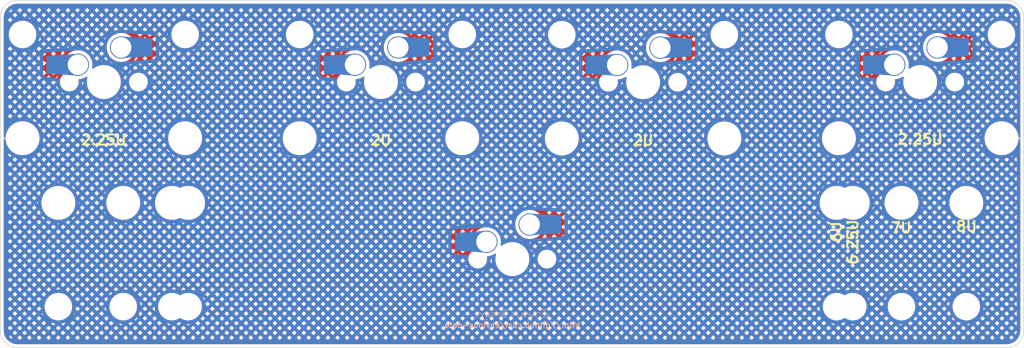
<source format=kicad_pcb>
(kicad_pcb (version 20211014) (generator pcbnew)
  (layers (0 "F.Cu" signal) (31 "B.Cu" signal) (34 "B.Paste" user) (35 "F.Paste" user) (36 "B.SilkS" user "B.Silkscreen") (37 "F.SilkS" user "F.Silkscreen") (38 "B.Mask" user) (39 "F.Mask" user) (44 "Edge.Cuts" user))
  (net 0 "")
  (footprint "Mounting_Keyboard_Stabilizer:Stabilizer_Cherry_MX_2u" (layer "F.Cu") (at 81.7 43)
    (fp_text reference "stb1")
    (fp_text value "stabilizer")
    (pad "" np_thru_hole circle locked (at 11.938 8.255) (size 3.9878 3.9878) (drill 3.9878) (layers *.Cu *.Mask))
    (pad "" np_thru_hole circle locked (at -11.938 8.255) (size 3.9878 3.9878) (drill 3.9878) (layers *.Cu *.Mask))
    (pad "" np_thru_hole circle locked (at 11.938 -6.985) (size 3.048 3.048) (drill 3.048) (layers *.Cu *.Mask))
    (pad "" np_thru_hole circle locked (at -11.938 -6.985) (size 3.048 3.048) (drill 3.048) (layers *.Cu *.Mask))
  )
  (footprint "Switch_Keyboard_Cherry_MX:MXOnly-1U-Hotswap-Modified" (layer "F.Cu") (at 101 69)
    (fp_text reference "SW5")
    (fp_text value "SW_Push")
    (fp_poly (pts (xy -3.81 -1) (xy -8.36 -1.29) (xy -8.36 -3.79) (xy -3.81 -4.1)) (layer "B.Cu") (width 0.1) (fill solid))
    (fp_poly (pts (xy 2.54 -6.65) (xy 7.09 -6.36) (xy 7.09 -3.86) (xy 2.54 -3.55)) (layer "B.Cu") (width 0.1) (fill solid))
    (pad "" np_thru_hole circle (at 5.08 0 48.0996) (size 1.75 1.75) (drill 1.75) (layers *.Cu *.Mask))
    (pad "" np_thru_hole circle (at -5.08 0 48.0996) (size 1.75 1.75) (drill 1.75) (layers *.Cu *.Mask))
    (pad "" np_thru_hole circle (at 0 0) (size 3.9878 3.9878) (drill 3.9878) (layers *.Cu *.Mask))
    (pad "1" thru_hole circle (at -3.81 -2.54) (size 3.25 3.25) (drill 3) (layers *.Cu *.Mask))
    (pad "1" smd rect (at -5.61 -2.54) (size 5.5 2.5) (layers "B.Cu"))
    (pad "2" smd rect (at 4.34 -5.08) (size 5.5 2.5) (layers "B.Cu"))
    (pad "2" thru_hole circle (at 2.54 -5.08) (size 3.25 3.25) (drill 3) (layers *.Cu *.Mask))
  )
  (footprint "Switch_Keyboard_Cherry_MX:MXOnly-1U-Hotswap-Modified" (layer "F.Cu") (at 160.9 43)
    (fp_text reference "SW7")
    (fp_text value "SW_Push")
    (fp_poly (pts (xy 2.54 -6.65) (xy 7.09 -6.36) (xy 7.09 -3.86) (xy 2.54 -3.55)) (layer "B.Cu") (width 0.1) (fill solid))
    (fp_poly (pts (xy -3.81 -1) (xy -8.36 -1.29) (xy -8.36 -3.79) (xy -3.81 -4.1)) (layer "B.Cu") (width 0.1) (fill solid))
    (pad "" np_thru_hole circle (at 0 0) (size 3.9878 3.9878) (drill 3.9878) (layers *.Cu *.Mask))
    (pad "" np_thru_hole circle (at 5.08 0 48.0996) (size 1.75 1.75) (drill 1.75) (layers *.Cu *.Mask))
    (pad "" np_thru_hole circle (at -5.08 0 48.0996) (size 1.75 1.75) (drill 1.75) (layers *.Cu *.Mask))
    (pad "1" smd rect (at -5.61 -2.54) (size 5.5 2.5) (layers "B.Cu"))
    (pad "1" thru_hole circle (at -3.81 -2.54) (size 3.25 3.25) (drill 3) (layers *.Cu *.Mask))
    (pad "2" thru_hole circle (at 2.54 -5.08) (size 3.25 3.25) (drill 3) (layers *.Cu *.Mask))
    (pad "2" smd rect (at 4.34 -5.08) (size 5.5 2.5) (layers "B.Cu"))
  )
  (footprint "Mounting_Keyboard_Stabilizer:Stabilizer_Cherry_MX_2u" (layer "F.Cu") (at 41 43)
    (fp_text reference "stb3")
    (fp_text value "stabilizer")
    (pad "" np_thru_hole circle locked (at -11.938 -6.985) (size 3.048 3.048) (drill 3.048) (layers *.Cu *.Mask))
    (pad "" np_thru_hole circle locked (at -11.938 8.255) (size 3.9878 3.9878) (drill 3.9878) (layers *.Cu *.Mask))
    (pad "" np_thru_hole circle locked (at 11.938 8.255) (size 3.9878 3.9878) (drill 3.9878) (layers *.Cu *.Mask))
    (pad "" np_thru_hole circle locked (at 11.938 -6.985) (size 3.048 3.048) (drill 3.048) (layers *.Cu *.Mask))
  )
  (footprint "Mounting_Keyboard_Stabilizer:Stabilizer_Cherry_MX_6u" (layer "F.Cu") (at 101 69 180)
    (fp_text reference "stb5")
    (fp_text value "stabilizer")
    (pad "" np_thru_hole circle locked (at -47.625 -6.985 180) (size 3.048 3.048) (drill 3.048) (layers *.Cu *.Mask))
    (pad "" np_thru_hole circle locked (at 47.625 -6.985 180) (size 3.048 3.048) (drill 3.048) (layers *.Cu *.Mask))
    (pad "" np_thru_hole circle locked (at 47.625 8.255 180) (size 3.9878 3.9878) (drill 3.9878) (layers *.Cu *.Mask))
    (pad "" np_thru_hole circle locked (at -47.625 8.255 180) (size 3.9878 3.9878) (drill 3.9878) (layers *.Cu *.Mask))
  )
  (footprint "Mounting_Keyboard_Stabilizer:Stabilizer_Cherry_MX_7u" (layer "F.Cu") (at 101 69 180)
    (fp_text reference "stb6")
    (fp_text value "stabilizer")
    (pad "" np_thru_hole circle locked (at 57.15 8.255 180) (size 3.9878 3.9878) (drill 3.9878) (layers *.Cu *.Mask))
    (pad "" np_thru_hole circle locked (at 57.15 -6.985 180) (size 3.048 3.048) (drill 3.048) (layers *.Cu *.Mask))
    (pad "" np_thru_hole circle locked (at -57.15 -6.985 180) (size 3.048 3.048) (drill 3.048) (layers *.Cu *.Mask))
    (pad "" np_thru_hole circle locked (at -57.15 8.255 180) (size 3.9878 3.9878) (drill 3.9878) (layers *.Cu *.Mask))
  )
  (footprint "Mounting_Keyboard_Stabilizer:Stabilizer_Cherry_MX_8u" (layer "F.Cu") (at 101 69 180)
    (fp_text reference "stb8")
    (fp_text value "stabilizer")
    (pad "" np_thru_hole circle locked (at 66.675 -6.985 180) (size 3.048 3.048) (drill 3.048) (layers *.Cu *.Mask))
    (pad "" np_thru_hole circle locked (at -66.675 8.255 180) (size 3.9878 3.9878) (drill 3.9878) (layers *.Cu *.Mask))
    (pad "" np_thru_hole circle locked (at -66.675 -6.985 180) (size 3.048 3.048) (drill 3.048) (layers *.Cu *.Mask))
    (pad "" np_thru_hole circle locked (at 66.675 8.255 180) (size 3.9878 3.9878) (drill 3.9878) (layers *.Cu *.Mask))
  )
  (footprint "Mounting_Keyboard_Stabilizer:Stabilizer_Cherry_MX_2u" (layer "F.Cu") (at 120.2 43.03005)
    (fp_text reference "stb2")
    (fp_text value "stabilizer")
    (pad "" np_thru_hole circle locked (at -11.938 -6.985) (size 3.048 3.048) (drill 3.048) (layers *.Cu *.Mask))
    (pad "" np_thru_hole circle locked (at 11.938 8.255) (size 3.9878 3.9878) (drill 3.9878) (layers *.Cu *.Mask))
    (pad "" np_thru_hole circle locked (at 11.938 -6.985) (size 3.048 3.048) (drill 3.048) (layers *.Cu *.Mask))
    (pad "" np_thru_hole circle locked (at -11.938 8.255) (size 3.9878 3.9878) (drill 3.9878) (layers *.Cu *.Mask))
  )
  (footprint "Mounting_Keyboard_Stabilizer:Stabilizer_Cherry_MX_6.25u" (layer "F.Cu") (at 101 69 180)
    (fp_text reference "stb7")
    (fp_text value "stabilizer")
    (pad "" np_thru_hole circle locked (at -50 8.255 180) (size 3.9878 3.9878) (drill 3.9878) (layers *.Cu *.Mask))
    (pad "" np_thru_hole circle locked (at 50 8.255 180) (size 3.9878 3.9878) (drill 3.9878) (layers *.Cu *.Mask))
    (pad "" np_thru_hole circle locked (at 50 -6.985 180) (size 3.048 3.048) (drill 3.048) (layers *.Cu *.Mask))
    (pad "" np_thru_hole circle locked (at -50 -6.985 180) (size 3.048 3.048) (drill 3.048) (layers *.Cu *.Mask))
  )
  (footprint "Switch_Keyboard_Cherry_MX:MXOnly-1U-Hotswap-Modified" (layer "F.Cu") (at 41 43)
    (fp_text reference "SW2")
    (fp_text value "SW_Push")
    (fp_poly (pts (xy -3.81 -1) (xy -8.36 -1.29) (xy -8.36 -3.79) (xy -3.81 -4.1)) (layer "B.Cu") (width 0.1) (fill solid))
    (fp_poly (pts (xy 2.54 -6.65) (xy 7.09 -6.36) (xy 7.09 -3.86) (xy 2.54 -3.55)) (layer "B.Cu") (width 0.1) (fill solid))
    (pad "" np_thru_hole circle (at 0 0) (size 3.9878 3.9878) (drill 3.9878) (layers *.Cu *.Mask))
    (pad "" np_thru_hole circle (at -5.08 0 48.0996) (size 1.75 1.75) (drill 1.75) (layers *.Cu *.Mask))
    (pad "" np_thru_hole circle (at 5.08 0 48.0996) (size 1.75 1.75) (drill 1.75) (layers *.Cu *.Mask))
    (pad "1" thru_hole circle (at -3.81 -2.54) (size 3.25 3.25) (drill 3) (layers *.Cu *.Mask))
    (pad "1" smd rect (at -5.61 -2.54) (size 5.5 2.5) (layers "B.Cu"))
    (pad "2" smd rect (at 4.34 -5.08) (size 5.5 2.5) (layers "B.Cu"))
    (pad "2" thru_hole circle (at 2.54 -5.08) (size 3.25 3.25) (drill 3) (layers *.Cu *.Mask))
  )
  (footprint "Switch_Keyboard_Cherry_MX:MXOnly-1U-Hotswap-Modified" (layer "F.Cu") (at 120.2 43.03005)
    (fp_text reference "SW6")
    (fp_text value "SW_Push")
    (fp_poly (pts (xy 2.54 -6.65) (xy 7.09 -6.36) (xy 7.09 -3.86) (xy 2.54 -3.55)) (layer "B.Cu") (width 0.1) (fill solid))
    (fp_poly (pts (xy -3.81 -1) (xy -8.36 -1.29) (xy -8.36 -3.79) (xy -3.81 -4.1)) (layer "B.Cu") (width 0.1) (fill solid))
    (pad "" np_thru_hole circle (at 5.08 0 48.0996) (size 1.75 1.75) (drill 1.75) (layers *.Cu *.Mask))
    (pad "" np_thru_hole circle (at -5.08 0 48.0996) (size 1.75 1.75) (drill 1.75) (layers *.Cu *.Mask))
    (pad "" np_thru_hole circle (at 0 0) (size 3.9878 3.9878) (drill 3.9878) (layers *.Cu *.Mask))
    (pad "1" thru_hole circle (at -3.81 -2.54) (size 3.25 3.25) (drill 3) (layers *.Cu *.Mask))
    (pad "1" smd rect (at -5.61 -2.54) (size 5.5 2.5) (layers "B.Cu"))
    (pad "2" thru_hole circle (at 2.54 -5.08) (size 3.25 3.25) (drill 3) (layers *.Cu *.Mask))
    (pad "2" smd rect (at 4.34 -5.08) (size 5.5 2.5) (layers "B.Cu"))
  )
  (footprint "Switch_Keyboard_Cherry_MX:MXOnly-1U-Hotswap-Modified" (layer "F.Cu") (at 81.7 43)
    (fp_text reference "SW8")
    (fp_text value "SW_Push")
    (fp_poly (pts (xy -3.81 -1) (xy -8.36 -1.29) (xy -8.36 -3.79) (xy -3.81 -4.1)) (layer "B.Cu") (width 0.1) (fill solid))
    (fp_poly (pts (xy 2.54 -6.65) (xy 7.09 -6.36) (xy 7.09 -3.86) (xy 2.54 -3.55)) (layer "B.Cu") (width 0.1) (fill solid))
    (pad "" np_thru_hole circle (at 5.08 0 48.0996) (size 1.75 1.75) (drill 1.75) (layers *.Cu *.Mask))
    (pad "" np_thru_hole circle (at 0 0) (size 3.9878 3.9878) (drill 3.9878) (layers *.Cu *.Mask))
    (pad "" np_thru_hole circle (at -5.08 0 48.0996) (size 1.75 1.75) (drill 1.75) (layers *.Cu *.Mask))
    (pad "1" thru_hole circle (at -3.81 -2.54) (size 3.25 3.25) (drill 3) (layers *.Cu *.Mask))
    (pad "1" smd rect (at -5.61 -2.54) (size 5.5 2.5) (layers "B.Cu"))
    (pad "2" thru_hole circle (at 2.54 -5.08) (size 3.25 3.25) (drill 3) (layers *.Cu *.Mask))
    (pad "2" smd rect (at 4.34 -5.08) (size 5.5 2.5) (layers "B.Cu"))
  )
  (footprint "Mounting_Keyboard_Stabilizer:Stabilizer_Cherry_MX_2u" (layer "F.Cu") (at 160.9 43)
    (fp_text reference "stb4")
    (fp_text value "stabilizer")
    (pad "" np_thru_hole circle locked (at 11.938 8.255) (size 3.9878 3.9878) (drill 3.9878) (layers *.Cu *.Mask))
    (pad "" np_thru_hole circle locked (at -11.938 8.255) (size 3.9878 3.9878) (drill 3.9878) (layers *.Cu *.Mask))
    (pad "" np_thru_hole circle locked (at 11.938 -6.985) (size 3.048 3.048) (drill 3.048) (layers *.Cu *.Mask))
    (pad "" np_thru_hole circle locked (at -11.938 -6.985) (size 3.048 3.048) (drill 3.048) (layers *.Cu *.Mask))
  )
  (footprint "kibuzzard-632C4C38" (layer "B.Cu") (at 101 77.2 180)
    (fp_text reference "kibuzzard-632C4C38" hide)
    (fp_text value "G***" hide)
    (fp_poly (pts (xy -4.233863 -0.000794) (xy -4.226917 0.071636) (xy -4.206081 0.142875) (xy -4.172148 0.20955) (xy -4.125913 0.268288) (xy -4.067969 0.317698) (xy -3.998913 0.356394) (xy -3.919538 0.381397) (xy -3.830638 0.389731) (xy -3.745905 0.381397) (xy -3.669506 0.356394) (xy -3.602633 0.317698) (xy -3.546475 0.268288) (xy -3.50143 0.20955) (xy -3.467894 0.142875) (xy -3.447058 0.071636) (xy -3.440113 -0.000794) (xy -3.440113 -0.402431) (xy -3.525838 -0.402431) (xy -3.525838 -0.000794) (xy -3.54965 0.118269) (xy -3.614738 0.215106) (xy -3.711575 0.280988) (xy -3.830638 0.305594) (xy -3.900091 0.299442) (xy -3.9624 0.280988) (xy -4.063206 0.215106) (xy -4.1275 0.118269) (xy -4.149725 -0.000794) (xy -4.233863 -0.000794)) (layer "B.SilkS") (width 0) (fill solid))
    (fp_poly (pts (xy -4.33705 0.157956) (xy -5.1943 0.157956) (xy -5.1943 -0.319881) (xy -4.3561 -0.319881) (xy -4.3561 -0.399256) (xy -5.273675 -0.399256) (xy -5.273675 -0.343694) (xy -5.273675 0.157956) (xy -5.273675 0.238919) (xy -4.33705 0.238919) (xy -4.33705 0.157956)) (layer "B.SilkS") (width 0) (fill solid))
    (fp_poly (pts (xy -0.504825 0.175419) (xy -0.468313 0.092075) (xy -0.381 0.049213) (xy -0.277019 0.033338) (xy -0.192088 0.030956) (xy -0.08255 0.024606) (xy -0.016669 0.014288) (xy 0.047625 -0.003969) (xy 0.156369 -0.069056) (xy 0.190302 -0.119856) (xy 0.201613 -0.186531) (xy 0.190302 -0.254595) (xy 0.156369 -0.306388) (xy 0.047625 -0.372269) (xy -0.016669 -0.390525) (xy -0.08255 -0.400844) (xy -0.192088 -0.407194) (xy -0.192088 -0.327819) (xy -0.14605 -0.327025) (xy -0.080963 -0.322263) (xy -0.010319 -0.309563) (xy 0.054769 -0.284956) (xy 0.103188 -0.244475) (xy 0.122238 -0.183356) (xy 0.084138 -0.105569) (xy -0.005556 -0.065881) (xy -0.109538 -0.0508) (xy -0.192088 -0.048419) (xy -0.306388 -0.042069) (xy -0.373459 -0.03175) (xy -0.43815 -0.013494) (xy -0.546894 0.052388) (xy -0.580827 0.103783) (xy -0.592138 0.170656) (xy -0.580827 0.236339) (xy -0.546894 0.287338) (xy -0.43815 0.352425) (xy -0.373261 0.370086) (xy -0.305594 0.380206) (xy -0.188913 0.386556) (xy 0.201613 0.386556) (xy 0.201613 0.307181) (xy -0.198438 0.307181) (xy -0.284163 0.3048) (xy -0.385763 0.289719) (xy -0.4699 0.250031) (xy -0.504825 0.175419)) (layer "B.SilkS") (width 0) (fill solid))
    (fp_poly (pts (xy 0.352425 -0.296069) (xy 0.45085 -0.296069) (xy 0.45085 -0.402431) (xy 0.352425 -0.402431) (xy 0.352425 -0.296069)) (layer "B.SilkS") (width 0) (fill solid))
    (fp_poly (pts (xy -2.532063 0.389731) (xy -2.532063 -0.402431) (xy -2.60985 -0.402431) (xy -2.60985 0.389731) (xy -2.532063 0.389731)) (layer "B.SilkS") (width 0) (fill solid))
    (fp_poly (pts (xy -1.61925 -0.000794) (xy -1.6256 -0.070842) (xy -1.64465 -0.141288) (xy -1.676202 -0.208359) (xy -1.720056 -0.268288) (xy -1.776016 -0.319484) (xy -1.843881 -0.360363) (xy -1.923455 -0.387152) (xy -2.014537 -0.396081) (xy -2.014537 -0.316706) (xy -1.895475 -0.294481) (xy -1.794669 -0.230981) (xy -1.724819 -0.131763) (xy -1.705173 -0.070048) (xy -1.698625 -0.000794) (xy -1.72085 0.113506) (xy -1.78435 0.215106) (xy -1.883569 0.287338) (xy -1.945283 0.308173) (xy -2.014537 0.315119) (xy -2.131219 0.292894) (xy -2.232025 0.229394) (xy -2.303463 0.130175) (xy -2.323703 0.068461) (xy -2.33045 -0.000794) (xy -2.409825 -0.000794) (xy -2.402086 0.076795) (xy -2.378869 0.150813) (xy -2.342356 0.21848) (xy -2.294731 0.277019) (xy -2.236788 0.325438) (xy -2.169319 0.362744) (xy -2.094508 0.386556) (xy -2.014537 0.394494) (xy -1.933377 0.386556) (xy -1.858169 0.362744) (xy -1.7907 0.325438) (xy -1.732756 0.277019) (xy -1.68533 0.21848) (xy -1.649413 0.150813) (xy -1.626791 0.076795) (xy -1.61925 -0.000794)) (layer "B.SilkS") (width 0) (fill solid))
    (fp_poly (pts (xy -1.501775 0.391319) (xy -1.419225 0.391319) (xy -1.419225 -0.007144) (xy -1.396206 -0.127) (xy -1.331913 -0.225425) (xy -1.231106 -0.2921) (xy -1.168202 -0.310555) (xy -1.09855 -0.316706) (xy -0.980281 -0.2921) (xy -0.88265 -0.225425) (xy -0.816769 -0.127) (xy -0.792163 -0.007144) (xy -0.709613 -0.007144) (xy -0.716955 -0.083145) (xy -0.738981 -0.155575) (xy -0.774105 -0.222052) (xy -0.820738 -0.280194) (xy -0.877888 -0.328613) (xy -0.944563 -0.365919) (xy -1.018778 -0.389731) (xy -1.09855 -0.397669) (xy -1.18745 -0.389334) (xy -1.266825 -0.364331) (xy -1.335881 -0.325636) (xy -1.393825 -0.276225) (xy -1.440061 -0.217488) (xy -1.473994 -0.150813) (xy -1.49483 -0.079573) (xy -1.501775 -0.007144) (xy -1.501775 0.391319)) (layer "B.SilkS") (width 0) (fill solid))
    (fp_poly (pts (xy -4.33705 0.796131) (xy -4.33705 0.716756) (xy -5.297488 0.716756) (xy -5.297488 0.796131) (xy -4.33705 0.796131)) (layer "B.SilkS") (width 0) (fill solid))
    (fp_poly (pts (xy 4.503738 -0.000794) (xy 4.510683 0.071636) (xy 4.531519 0.142875) (xy 4.565452 0.20955) (xy 4.611688 0.268288) (xy 4.669631 0.317698) (xy 4.738688 0.356394) (xy 4.818063 0.381397) (xy 4.906963 0.389731) (xy 4.991695 0.381397) (xy 5.068094 0.356394) (xy 5.134967 0.317698) (xy 5.191125 0.268288) (xy 5.23617 0.20955) (xy 5.269706 0.142875) (xy 5.290542 0.071636) (xy 5.297488 -0.000794) (xy 5.297488 -0.402431) (xy 5.211763 -0.402431) (xy 5.211763 -0.000794) (xy 5.18795 0.118269) (xy 5.122863 0.215106) (xy 5.026025 0.280988) (xy 4.906963 0.305594) (xy 4.837509 0.299442) (xy 4.7752 0.280988) (xy 4.674394 0.215106) (xy 4.6101 0.118269) (xy 4.587875 -0.000794) (xy 4.503738 -0.000794)) (layer "B.SilkS") (width 0) (fill solid))
    (fp_poly (pts (xy 2.543175 0.175419) (xy 2.579688 0.092075) (xy 2.667 0.049213) (xy 2.770981 0.033338) (xy 2.855913 0.030956) (xy 2.96545 0.024606) (xy 3.031331 0.014288) (xy 3.095625 -0.003969) (xy 3.204369 -0.069056) (xy 3.238302 -0.119856) (xy 3.249613 -0.186531) (xy 3.238302 -0.254595) (xy 3.204369 -0.306388) (xy 3.095625 -0.372269) (xy 3.031331 -0.390525) (xy 2.96545 -0.400844) (xy 2.855913 -0.407194) (xy 2.855913 -0.327819) (xy 2.90195 -0.327025) (xy 2.967038 -0.322263) (xy 3.037681 -0.309563) (xy 3.102769 -0.284956) (xy 3.151188 -0.244475) (xy 3.170238 -0.183356) (xy 3.132138 -0.105569) (xy 3.042444 -0.065881) (xy 2.938463 -0.0508) (xy 2.855913 -0.048419) (xy 2.741613 -0.042069) (xy 2.674541 -0.03175) (xy 2.60985 -0.013494) (xy 2.501106 0.052388) (xy 2.467173 0.103783) (xy 2.455863 0.170656) (xy 2.467173 0.236339) (xy 2.501106 0.287338) (xy 2.60985 0.352425) (xy 2.674739 0.370086) (xy 2.742406 0.380206) (xy 2.859088 0.386556) (xy 3.249613 0.386556) (xy 3.249613 0.307181) (xy 2.849563 0.307181) (xy 2.763838 0.3048) (xy 2.662238 0.289719) (xy 2.5781 0.250031) (xy 2.543175 0.175419)) (layer "B.SilkS") (width 0) (fill solid))
    (fp_poly (pts (xy 0.549275 0.797719) (xy 0.865188 0.797719) (xy 0.955477 0.787598) (xy 1.051719 0.757238) (xy 1.146969 0.70743) (xy 1.234281 0.638969) (xy 1.310481 0.552847) (xy 1.372394 0.450056) (xy 1.402821 0.372622) (xy 1.421077 0.288484) (xy 1.427163 0.197644) (xy 1.415058 0.074017) (xy 1.378744 -0.039688) (xy 1.322586 -0.141288) (xy 1.25095 -0.2286) (xy 1.166217 -0.300038) (xy 1.070769 -0.354013) (xy 0.96897 -0.387945) (xy 0.865188 -0.399256) (xy 0.828675 -0.399256) (xy 0.828675 -0.318294) (xy 0.922139 -0.307975) (xy 1.015206 -0.277019) (xy 1.103313 -0.2286) (xy 1.181894 -0.165894) (xy 1.248569 -0.089892) (xy 1.300956 -0.001588) (xy 1.334889 0.095448) (xy 1.3462 0.197644) (xy 1.337072 0.288528) (xy 1.309688 0.380206) (xy 1.265436 0.467916) (xy 1.205706 0.546894) (xy 1.131094 0.614759) (xy 1.042194 0.669131) (xy 0.940792 0.70485) (xy 0.828675 0.716756) (xy 0.549275 0.716756) (xy 0.549275 0.797719)) (layer "B.SilkS") (width 0) (fill solid))
    (fp_poly (pts (xy 4.3815 -0.408781) (xy 4.378325 -0.466725) (xy 4.361656 -0.546894) (xy 4.322763 -0.634206) (xy 4.253706 -0.715169) (xy 4.144963 -0.7747) (xy 4.073128 -0.791964) (xy 3.9878 -0.797719) (xy 3.896717 -0.793353) (xy 3.820319 -0.780256) (xy 3.706019 -0.731838) (xy 3.635375 -0.658813) (xy 3.598863 -0.565944) (xy 3.679825 -0.565944) (xy 3.71475 -0.625475) (xy 3.766344 -0.674688) (xy 3.851275 -0.708819) (xy 3.9116 -0.718344) (xy 3.9878 -0.721519) (xy 4.065786 -0.714573) (xy 4.131469 -0.693738) (xy 4.228306 -0.6223) (xy 4.283075 -0.522288) (xy 4.300538 -0.408781) (xy 4.300538 -0.015081) (xy 4.275138 0.105569) (xy 4.206875 0.205581) (xy 4.106863 0.27305) (xy 3.9878 0.297656) (xy 3.862388 0.272256) (xy 3.763169 0.203994) (xy 3.698081 0.103981) (xy 3.675063 -0.015081) (xy 3.696494 -0.130175) (xy 3.758406 -0.230188) (xy 3.856831 -0.300831) (xy 3.918545 -0.321072) (xy 3.9878 -0.327819) (xy 3.9878 -0.408781) (xy 3.906838 -0.400248) (xy 3.832225 -0.37465) (xy 3.765748 -0.335359) (xy 3.709194 -0.28575) (xy 3.663156 -0.227013) (xy 3.628231 -0.160338) (xy 3.606205 -0.088702) (xy 3.598863 -0.015081) (xy 3.605808 0.059531) (xy 3.626644 0.130969) (xy 3.66018 0.196652) (xy 3.705225 0.254) (xy 3.761184 0.302022) (xy 3.827463 0.339725) (xy 3.903266 0.364133) (xy 3.9878 0.372269) (xy 4.072533 0.364133) (xy 4.148931 0.339725) (xy 4.216003 0.302022) (xy 4.272756 0.254) (xy 4.318595 0.196652) (xy 4.352925 0.130969) (xy 4.374356 0.059531) (xy 4.3815 -0.015081) (xy 4.3815 -0.408781)) (layer "B.SilkS") (width 0) (fill solid))
    (fp_poly (pts (xy 3.4798 0.389731) (xy 3.4798 -0.402431) (xy 3.402013 -0.402431) (xy 3.402013 0.389731) (xy 3.4798 0.389731)) (layer "B.SilkS") (width 0) (fill solid))
    (fp_poly (pts (xy -3.322638 0.389731) (xy -3.224213 0.389731) (xy -2.930525 -0.211931) (xy -2.8194 -0.015081) (xy -2.735263 -0.015081) (xy -2.930525 -0.407194) (xy -3.322638 0.389731)) (layer "B.SilkS") (width 0) (fill solid))
    (fp_poly (pts (xy 1.941513 0.400844) (xy 2.024062 0.392708) (xy 2.100263 0.3683) (xy 2.168128 0.3302) (xy 2.225675 0.280988) (xy 2.272506 0.221853) (xy 2.308225 0.153988) (xy 2.330847 0.080367) (xy 2.338388 0.003969) (xy 2.338388 -0.034131) (xy 1.941513 -0.034131) (xy 1.941513 0.043656) (xy 2.259013 0.043656) (xy 2.237581 0.128588) (xy 2.174875 0.219869) (xy 2.074863 0.2921) (xy 2.012156 0.314127) (xy 1.941513 0.321469) (xy 1.820863 0.296863) (xy 1.720056 0.229394) (xy 1.650206 0.128588) (xy 1.624013 0.003969) (xy 1.63195 -0.071834) (xy 1.655763 -0.137319) (xy 1.735138 -0.236538) (xy 1.838325 -0.294481) (xy 1.941513 -0.313531) (xy 1.941513 -0.392906) (xy 1.853009 -0.384373) (xy 1.774825 -0.358775) (xy 1.707158 -0.319286) (xy 1.650206 -0.269081) (xy 1.604764 -0.20955) (xy 1.571625 -0.142081) (xy 1.551384 -0.06985) (xy 1.544638 0.003969) (xy 1.552178 0.080367) (xy 1.5748 0.153988) (xy 1.610717 0.221853) (xy 1.658144 0.280988) (xy 1.716088 0.3302) (xy 1.783556 0.3683) (xy 1.859161 0.392708) (xy 1.941513 0.400844)) (layer "B.SilkS") (width 0) (fill solid))
  )
  (gr_line (start 176.1 33.5) (end 176.1 79.5) (layer "Edge.Cuts") (width 0.1))
  (gr_arc (start 176.1 79.5) (mid 175.367767 81.267767) (end 173.6 82) (layer "Edge.Cuts") (width 0.1))
  (gr_line (start 25.8 79.5) (end 25.8 33.5) (layer "Edge.Cuts") (width 0.1))
  (gr_line (start 28.3 31) (end 173.6 31) (layer "Edge.Cuts") (width 0.1))
  (gr_line (start 173.6 82) (end 28.3 82) (layer "Edge.Cuts") (width 0.1))
  (gr_arc (start 173.6 31) (mid 175.367767 31.732233) (end 176.1 33.5) (layer "Edge.Cuts") (width 0.1))
  (gr_arc (start 28.3 82) (mid 26.532233 81.267767) (end 25.8 79.5) (layer "Edge.Cuts") (width 0.1))
  (gr_arc (start 25.8 33.5) (mid 26.532233 31.732233) (end 28.3 31) (layer "Edge.Cuts") (width 0.1))
  (gr_text "http://github.com/envious-data" (at 101 78.7) (layer "B.SilkS") (effects (font (size 0.8 0.8)) (justify mirror)))
  (gr_text "6U" (at 148.6 65 90) (layer "F.SilkS") (effects (font (size 1.5 1.5) (thickness 0.3))))
  (gr_text "7U" (at 158.1 64.4) (layer "F.SilkS") (effects (font (size 1.5 1.5) (thickness 0.3))))
  (gr_text "2U" (at 81.7 51.531794) (layer "F.SilkS") (effects (font (size 1.5 1.5) (thickness 0.3))))
  (gr_text "6.25U" (at 151 66.5 90) (layer "F.SilkS") (effects (font (size 1.5 1.5) (thickness 0.3))))
  (gr_text "2.25U" (at 41 51.5) (layer "F.SilkS") (effects (font (size 1.5 1.5) (thickness 0.3))))
  (gr_text "2U" (at 120.2 51.550297) (layer "F.SilkS") (effects (font (size 1.5 1.5) (thickness 0.3))))
  (gr_text "8U" (at 167.7 64.2) (layer "F.SilkS") (effects (font (size 1.5 1.5) (thickness 0.3))))
  (gr_text "2.25U" (at 160.9 51.4) (layer "F.SilkS") (effects (font (size 1.5 1.5) (thickness 0.3))))
  (zone (net 0) (net_name "") (layers F&B.Cu) (connect_pads (clearance 0.508)) (min_thickness 0.254) (fill yes (mode hatch) (thermal_gap 0.508) (thermal_bridge_width 0.508) (hatch_thickness 0.5) (hatch_gap 0.5) (hatch_orientation 45) (hatch_border_algorithm hatch_thickness) (hatch_min_hole_area 0.3))
    (polygon (pts (xy 25.8 31) (xy 176.1 31) (xy 176.1 82) (xy 25.8 82)))
  )
)
</source>
